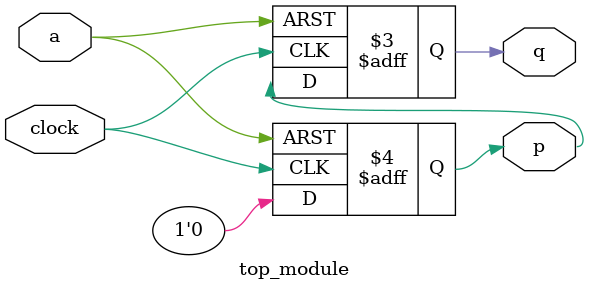
<source format=sv>
module top_module (
    input clock,
    input a,
    output reg p,
    output reg q
);

always @(posedge clock or posedge a) begin
    if (a)
        p <= 1;
    else
        p <= 0;
end

always @(posedge clock or posedge a) begin
    if (a)
        q <= 0;
    else
        q <= p;
end

endmodule

</source>
